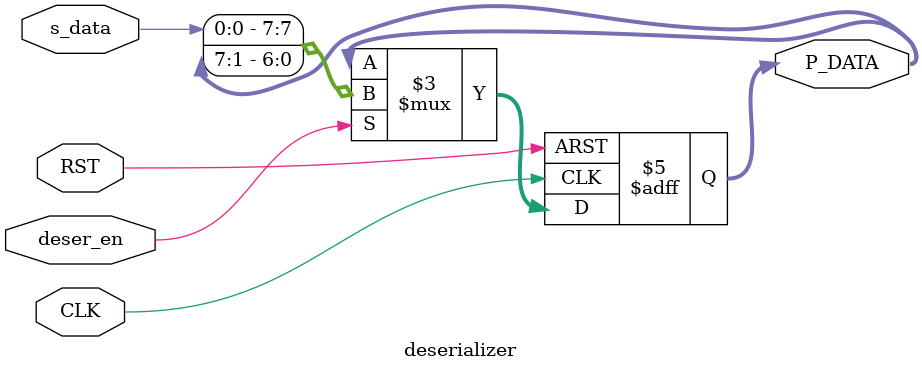
<source format=v>

module deserializer(
    input wire CLK,
    input wire RST,
    input wire s_data,
    input wire deser_en,
    output reg[7:0] P_DATA
);

always @(posedge CLK, negedge RST) begin
    if(!RST) P_DATA <= 8'd0;
    else if(deser_en) P_DATA <= {s_data,P_DATA[7:1]};
end

endmodule

</source>
